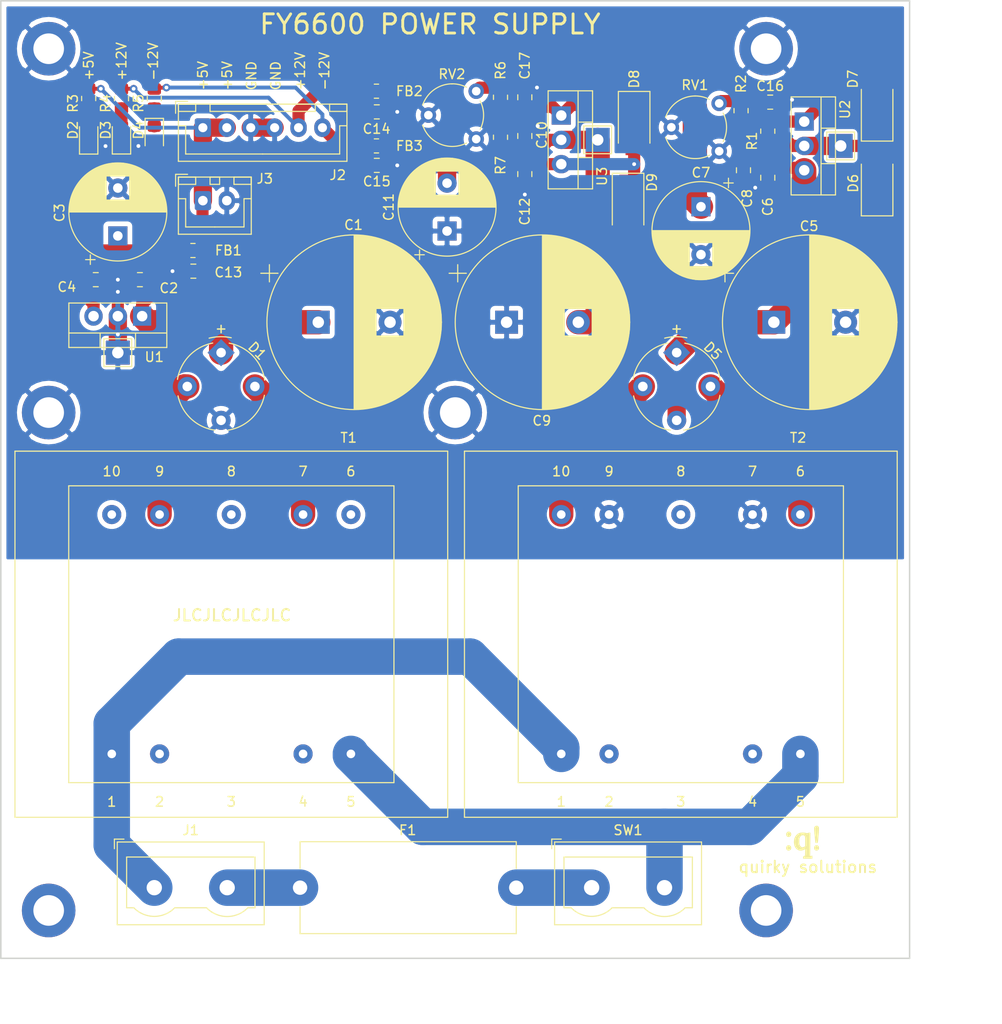
<source format=kicad_pcb>
(kicad_pcb (version 20171130) (host pcbnew 5.1.9-73d0e3b20d~88~ubuntu20.04.1)
  (title_block (title "FY6600 Power Supply") (date 2021-01-06) (rev 1.0) (company "Quirky Solutions") (comment 1 SQ9NJE))
  (layers (0 F.Cu signal) (31 B.Cu signal) (34 B.Paste user) (35 F.Paste user) (36 B.SilkS user) (37 F.SilkS user) (38 B.Mask user) (39 F.Mask user) (44 Edge.Cuts user))
  (net 0 "")
  (net 1 GND)
  (net 2 "Net-(C1-Pad1)")
  (net 3 +5V)
  (net 4 "Net-(C5-Pad1)")
  (net 5 +12V)
  (net 6 "Net-(C10-Pad2)")
  (net 7 -12V)
  (net 8 "Net-(D1-Pad2)")
  (net 9 "Net-(D1-Pad4)")
  (net 10 "Net-(D2-Pad2)")
  (net 11 "Net-(D3-Pad2)")
  (net 12 "Net-(D4-Pad1)")
  (net 13 "Net-(D5-Pad2)")
  (net 14 "Net-(D5-Pad4)")
  (net 15 "Net-(F1-Pad2)")
  (net 16 "Net-(F1-Pad1)")
  (net 17 "Net-(J1-Pad1)")
  (net 18 "Net-(R2-Pad2)")
  (net 19 "Net-(R6-Pad1)")
  (net 20 "Net-(SW1-Pad2)")
  (net 21 "Net-(H1-Pad1)")
  (net 22 "Net-(H2-Pad1)")
  (net 23 "Net-(C3-Pad1)")
  (net 24 "Net-(C7-Pad1)")
  (net 25 "Net-(C11-Pad2)")
  (net 26 "Net-(C16-Pad1)")
  (net 27 "Net-(C17-Pad2)")
  (module Diode_SMD:D_SMA (layer F.Cu) (at 115.57 63.405 270)
    (fp_text reference D9 (at -2.445 -2.5 90) (layer F.SilkS))
    (fp_text value ER1A)
    (pad 2 smd rect (at 2 0 270) (size 2.5 1.8) (layers F.Cu F.Paste F.Mask) (net 6 "Net-(C10-Pad2)"))
    (pad 1 smd rect (at -2 0 270) (size 2.5 1.8) (layers F.Cu F.Paste F.Mask) (net 25 "Net-(C11-Pad2)"))
  )
  (module Diode_SMD:D_SMA (layer F.Cu) (at 116.205 54.864 270)
    (fp_text reference D8 (at -4.699 0 90) (layer F.SilkS))
    (fp_text value ER1A)
    (pad 2 smd rect (at 2 0 270) (size 2.5 1.8) (layers F.Cu F.Paste F.Mask) (net 25 "Net-(C11-Pad2)"))
    (pad 1 smd rect (at -2 0 270) (size 2.5 1.8) (layers F.Cu F.Paste F.Mask) (net 27 "Net-(C17-Pad2)"))
  )
  (module Diode_SMD:D_SMA (layer F.Cu) (at 141.605 53.245 90)
    (fp_text reference D7 (at 3.08 -2.54 90) (layer F.SilkS))
    (fp_text value ER1A)
    (pad 2 smd rect (at 2 0 90) (size 2.5 1.8) (layers F.Cu F.Paste F.Mask) (net 26 "Net-(C16-Pad1)"))
    (pad 1 smd rect (at -2 0 90) (size 2.5 1.8) (layers F.Cu F.Paste F.Mask) (net 24 "Net-(C7-Pad1)"))
  )
  (module Diode_SMD:D_SMA (layer F.Cu) (at 141.605 61.055 90)
    (fp_text reference D6 (at 0 -2.5 90) (layer F.SilkS))
    (fp_text value ER1A)
    (pad 2 smd rect (at 2 0 90) (size 2.5 1.8) (layers F.Cu F.Paste F.Mask) (net 24 "Net-(C7-Pad1)"))
    (pad 1 smd rect (at -2 0 90) (size 2.5 1.8) (layers F.Cu F.Paste F.Mask) (net 4 "Net-(C5-Pad1)"))
  )
  (module Capacitor_SMD:C_0805_2012Metric_Pad1.18x1.45mm_HandSolder (layer F.Cu) (at 104.775 52.07 270)
    (fp_text reference C17 (at -3.302 0 90) (layer F.SilkS))
    (fp_text value 100n)
    (pad 2 smd roundrect (at 1.0375 0 270) (size 1.175 1.45) (layers F.Cu F.Paste F.Mask) (roundrect_rratio 0.2127659574468085) (net 27 "Net-(C17-Pad2)"))
    (pad 1 smd roundrect (at -1.0375 0 270) (size 1.175 1.45) (layers F.Cu F.Paste F.Mask) (roundrect_rratio 0.2127659574468085) (net 1 GND))
  )
  (module Capacitor_SMD:C_0805_2012Metric_Pad1.18x1.45mm_HandSolder (layer F.Cu) (at 130.429 52.578)
    (fp_text reference C16 (at 0 -1.68) (layer F.SilkS))
    (fp_text value 100n)
    (pad 2 smd roundrect (at 1.0375 0) (size 1.175 1.45) (layers F.Cu F.Paste F.Mask) (roundrect_rratio 0.2127659574468085) (net 1 GND))
    (pad 1 smd roundrect (at -1.0375 0) (size 1.175 1.45) (layers F.Cu F.Paste F.Mask) (roundrect_rratio 0.2127659574468085) (net 26 "Net-(C16-Pad1)"))
  )
  (module Connector_JST:JST_XH_B2B-XH-A_1x02_P2.50mm_Vertical (layer F.Cu) (at 71.12 62.865)
    (fp_text reference J3 (at 6.477 -2.286) (layer F.SilkS))
    (fp_text value Conn_01x02)
    (pad 2 thru_hole oval (at 2.5 0) (size 1.7 2) (drill 1) (layers *.Cu *.Mask) (net 1 GND))
    (pad 1 thru_hole roundrect (at 0 0) (size 1.7 2) (drill 1) (layers *.Cu *.Mask) (roundrect_rratio 0.1470588235294118) (net 3 +5V))
  )
  (module Resistor_SMD:R_0805_2012Metric_Pad1.20x1.40mm_HandSolder (layer F.Cu) (at 89.265 57.15)
    (fp_text reference FB3 (at 3.445 0) (layer F.SilkS))
    (fp_text value Z0805C221BPWZT)
    (pad 2 smd roundrect (at 1 0) (size 1.2 1.4) (layers F.Cu F.Paste F.Mask) (roundrect_rratio 0.2083325) (net 25 "Net-(C11-Pad2)"))
    (pad 1 smd roundrect (at -1 0) (size 1.2 1.4) (layers F.Cu F.Paste F.Mask) (roundrect_rratio 0.2083325) (net 7 -12V))
  )
  (module Resistor_SMD:R_0805_2012Metric_Pad1.20x1.40mm_HandSolder (layer F.Cu) (at 89.265 51.435)
    (fp_text reference FB2 (at 3.445 0) (layer F.SilkS))
    (fp_text value Z0805C221BPWZT)
    (pad 2 smd roundrect (at 1 0) (size 1.2 1.4) (layers F.Cu F.Paste F.Mask) (roundrect_rratio 0.2083325) (net 24 "Net-(C7-Pad1)"))
    (pad 1 smd roundrect (at -1 0) (size 1.2 1.4) (layers F.Cu F.Paste F.Mask) (roundrect_rratio 0.2083325) (net 5 +12V))
  )
  (module Resistor_SMD:R_0805_2012Metric_Pad1.20x1.40mm_HandSolder (layer F.Cu) (at 70.082 68.072 180)
    (fp_text reference FB1 (at -3.705 0) (layer F.SilkS))
    (fp_text value Z0805C221BPWZT)
    (pad 2 smd roundrect (at 1 0 180) (size 1.2 1.4) (layers F.Cu F.Paste F.Mask) (roundrect_rratio 0.2083325) (net 23 "Net-(C3-Pad1)"))
    (pad 1 smd roundrect (at -1 0 180) (size 1.2 1.4) (layers F.Cu F.Paste F.Mask) (roundrect_rratio 0.2083325) (net 3 +5V))
  )
  (module Capacitor_SMD:C_0805_2012Metric_Pad1.18x1.45mm_HandSolder (layer F.Cu) (at 89.3025 59.182 180)
    (fp_text reference C15 (at 0 -1.68) (layer F.SilkS))
    (fp_text value 10n)
    (pad 2 smd roundrect (at 1.0375 0 180) (size 1.175 1.45) (layers F.Cu F.Paste F.Mask) (roundrect_rratio 0.2127659574468085) (net 7 -12V))
    (pad 1 smd roundrect (at -1.0375 0 180) (size 1.175 1.45) (layers F.Cu F.Paste F.Mask) (roundrect_rratio 0.2127659574468085) (net 1 GND))
  )
  (module Capacitor_SMD:C_0805_2012Metric_Pad1.18x1.45mm_HandSolder (layer F.Cu) (at 89.3025 53.594)
    (fp_text reference C14 (at -0.0215 1.778) (layer F.SilkS))
    (fp_text value 10n)
    (pad 2 smd roundrect (at 1.0375 0) (size 1.175 1.45) (layers F.Cu F.Paste F.Mask) (roundrect_rratio 0.2127659574468085) (net 1 GND))
    (pad 1 smd roundrect (at -1.0375 0) (size 1.175 1.45) (layers F.Cu F.Paste F.Mask) (roundrect_rratio 0.2127659574468085) (net 5 +12V))
  )
  (module Capacitor_SMD:C_0805_2012Metric_Pad1.18x1.45mm_HandSolder (layer F.Cu) (at 70.1255 70.231 180)
    (fp_text reference C13 (at -3.6615 -0.127) (layer F.SilkS))
    (fp_text value 10n)
    (pad 2 smd roundrect (at 1.0375 0 180) (size 1.175 1.45) (layers F.Cu F.Paste F.Mask) (roundrect_rratio 0.2127659574468085) (net 1 GND))
    (pad 1 smd roundrect (at -1.0375 0 180) (size 1.175 1.45) (layers F.Cu F.Paste F.Mask) (roundrect_rratio 0.2127659574468085) (net 3 +5V))
  )
  (module QS_RF:qs_logo (layer F.Cu) (at 133.858 129.921)
    (fp_text reference Ref** hide)
    (fp_text value Val** hide)
  )
  (module MountingHole:MountingHole_3.2mm_M3_DIN965_Pad (layer F.Cu) (at 130 47)
    (fp_text reference H6 hide)
    (fp_text value MountingHole_Pad hide)
    (pad 1 thru_hole circle (at 0 0) (size 5.6 5.6) (drill 3.2) (layers *.Cu *.Mask) (net 1 GND))
  )
  (module MountingHole:MountingHole_3.2mm_M3_DIN965_Pad (layer F.Cu) (at 55 47)
    (fp_text reference H5 hide)
    (fp_text value MountingHole_Pad hide)
    (pad 1 thru_hole circle (at 0 0) (size 5.6 5.6) (drill 3.2) (layers *.Cu *.Mask) (net 1 GND))
  )
  (module Package_TO_SOT_THT:TO-220-3_Vertical (layer F.Cu) (at 108.585 53.975 270)
    (fp_text reference U3 (at 6.35 -4.27 90) (layer F.SilkS))
    (fp_text value LM337_TO220)
    (pad 3 thru_hole oval (at 5.08 0 270) (size 1.905 2) (drill 1.1) (layers *.Cu *.Mask) (net 25 "Net-(C11-Pad2)"))
    (pad 2 thru_hole oval (at 2.54 0 270) (size 1.905 2) (drill 1.1) (layers *.Cu *.Mask) (net 6 "Net-(C10-Pad2)"))
    (pad 1 thru_hole rect (at 0 0 270) (size 1.905 2) (drill 1.1) (layers *.Cu *.Mask) (net 27 "Net-(C17-Pad2)"))
  )
  (module Package_TO_SOT_THT:TO-220-3_Vertical (layer F.Cu) (at 133.985 54.61 270)
    (fp_text reference U2 (at -1.27 -4.27 90) (layer F.SilkS))
    (fp_text value LM317_TO-220)
    (pad 3 thru_hole oval (at 5.08 0 270) (size 1.905 2) (drill 1.1) (layers *.Cu *.Mask) (net 4 "Net-(C5-Pad1)"))
    (pad 2 thru_hole oval (at 2.54 0 270) (size 1.905 2) (drill 1.1) (layers *.Cu *.Mask) (net 24 "Net-(C7-Pad1)"))
    (pad 1 thru_hole rect (at 0 0 270) (size 1.905 2) (drill 1.1) (layers *.Cu *.Mask) (net 26 "Net-(C16-Pad1)"))
  )
  (module Package_TO_SOT_THT:TO-220-3_Vertical (layer F.Cu) (at 64.77 74.93 180)
    (fp_text reference U1 (at -1.27 -4.27) (layer F.SilkS))
    (fp_text value LM7805_TO220)
    (pad 3 thru_hole oval (at 5.08 0 180) (size 1.905 2) (drill 1.1) (layers *.Cu *.Mask) (net 23 "Net-(C3-Pad1)"))
    (pad 2 thru_hole oval (at 2.54 0 180) (size 1.905 2) (drill 1.1) (layers *.Cu *.Mask) (net 1 GND))
    (pad 1 thru_hole rect (at 0 0 180) (size 1.905 2) (drill 1.1) (layers *.Cu *.Mask) (net 2 "Net-(C1-Pad1)"))
  )
  (module Transformer_THT:Transformer_Breve_TEZ-38x45 (layer F.Cu) (at 108.585 120.65)
    (fp_text reference T2 (at 24.765 -33.02) (layer F.SilkS))
    (fp_text value Transformer_1P_2S)
    (fp_text user 1 (at 0 5) (layer F.SilkS))
    (fp_text user 2 (at 5 5) (layer F.SilkS))
    (fp_text user 3 (at 12.5 5) (layer F.SilkS))
    (fp_text user 4 (at 20 5) (layer F.SilkS))
    (fp_text user 5 (at 25 5) (layer F.SilkS))
    (fp_text user 6 (at 25 -29.5) (layer F.SilkS))
    (fp_text user 7 (at 20 -29.5) (layer F.SilkS))
    (fp_text user 8 (at 12.5 -29.5) (layer F.SilkS))
    (fp_text user 9 (at 5 -29.5) (layer F.SilkS))
    (fp_text user 10 (at 0 -29.5) (layer F.SilkS))
    (pad 10 thru_hole circle (at 0 -25) (size 2 2) (drill 0.9) (layers *.Cu *.Mask) (net 13 "Net-(D5-Pad2)"))
    (pad 9 thru_hole circle (at 5 -25) (size 2 2) (drill 0.9) (layers *.Cu *.Mask) (net 1 GND))
    (pad 8 thru_hole circle (at 12.5 -25) (size 2 2) (drill 0.9) (layers *.Cu *.Mask))
    (pad 7 thru_hole circle (at 20 -25) (size 2 2) (drill 0.9) (layers *.Cu *.Mask) (net 1 GND))
    (pad 6 thru_hole circle (at 25 -25) (size 2 2) (drill 0.9) (layers *.Cu *.Mask) (net 14 "Net-(D5-Pad4)"))
    (pad 5 thru_hole circle (at 25 0) (size 2 2) (drill 0.9) (layers *.Cu *.Mask) (net 20 "Net-(SW1-Pad2)"))
    (pad 4 thru_hole circle (at 20 0) (size 2 2) (drill 0.9) (layers *.Cu *.Mask))
    (pad 2 thru_hole circle (at 5 0) (size 2 2) (drill 0.9) (layers *.Cu *.Mask))
    (pad 1 thru_hole rect (at 0 0) (size 2 2) (drill 0.9) (layers *.Cu *.Mask) (net 17 "Net-(J1-Pad1)"))
  )
  (module Transformer_THT:Transformer_Breve_TEZ-38x45 (layer F.Cu) (at 61.595 120.65)
    (fp_text reference T1 (at 24.765 -33.02) (layer F.SilkS))
    (fp_text value Transformer_1P_1S)
    (fp_text user 1 (at 0 5) (layer F.SilkS))
    (fp_text user 2 (at 5 5) (layer F.SilkS))
    (fp_text user 3 (at 12.5 5) (layer F.SilkS))
    (fp_text user 4 (at 20 5) (layer F.SilkS))
    (fp_text user 5 (at 25 5) (layer F.SilkS))
    (fp_text user 6 (at 25 -29.5) (layer F.SilkS))
    (fp_text user 7 (at 20 -29.5) (layer F.SilkS))
    (fp_text user 8 (at 12.5 -29.5) (layer F.SilkS))
    (fp_text user 9 (at 5 -29.5) (layer F.SilkS))
    (fp_text user 10 (at 0 -29.5) (layer F.SilkS))
    (pad 10 thru_hole circle (at 0 -25) (size 2 2) (drill 0.9) (layers *.Cu *.Mask))
    (pad 9 thru_hole circle (at 5 -25) (size 2 2) (drill 0.9) (layers *.Cu *.Mask) (net 8 "Net-(D1-Pad2)"))
    (pad 8 thru_hole circle (at 12.5 -25) (size 2 2) (drill 0.9) (layers *.Cu *.Mask))
    (pad 7 thru_hole circle (at 20 -25) (size 2 2) (drill 0.9) (layers *.Cu *.Mask) (net 9 "Net-(D1-Pad4)"))
    (pad 6 thru_hole circle (at 25 -25) (size 2 2) (drill 0.9) (layers *.Cu *.Mask))
    (pad 5 thru_hole circle (at 25 0) (size 2 2) (drill 0.9) (layers *.Cu *.Mask) (net 20 "Net-(SW1-Pad2)"))
    (pad 4 thru_hole circle (at 20 0) (size 2 2) (drill 0.9) (layers *.Cu *.Mask))
    (pad 2 thru_hole circle (at 5 0) (size 2 2) (drill 0.9) (layers *.Cu *.Mask))
    (pad 1 thru_hole rect (at 0 0) (size 2 2) (drill 0.9) (layers *.Cu *.Mask) (net 17 "Net-(J1-Pad1)"))
  )
  (module TerminalBlock:TerminalBlock_Wuerth_691311400102_P7.62mm (layer F.Cu) (at 111.76 134.62)
    (fp_text reference SW1 (at 3.81 -6) (layer F.SilkS))
    (fp_text value SW_SPST)
    (pad 2 thru_hole circle (at 7.62 0) (size 2.54 2.54) (drill 1.6) (layers *.Cu *.Mask) (net 20 "Net-(SW1-Pad2)"))
    (pad 1 thru_hole rect (at 0 0) (size 2.54 2.54) (drill 1.6) (layers *.Cu *.Mask) (net 15 "Net-(F1-Pad2)"))
  )
  (module Potentiometer_THT:Potentiometer_Piher_PT-6-V_Vertical (layer F.Cu) (at 99.695 51.435 180)
    (fp_text reference RV2 (at 2.54 1.778) (layer F.SilkS))
    (fp_text value 3.3k)
    (pad 1 thru_hole circle (at 0 0 180) (size 1.62 1.62) (drill 0.9) (layers *.Cu *.Mask) (net 19 "Net-(R6-Pad1)"))
    (pad 2 thru_hole circle (at 5 -2.5 180) (size 1.62 1.62) (drill 0.9) (layers *.Cu *.Mask) (net 1 GND))
    (pad 3 thru_hole circle (at 0 -5 180) (size 1.62 1.62) (drill 0.9) (layers *.Cu *.Mask) (net 1 GND))
  )
  (module Potentiometer_THT:Potentiometer_Piher_PT-6-V_Vertical (layer F.Cu) (at 125.095 52.705 180)
    (fp_text reference RV1 (at 2.54 1.905) (layer F.SilkS))
    (fp_text value 3.3k)
    (pad 1 thru_hole circle (at 0 0 180) (size 1.62 1.62) (drill 0.9) (layers *.Cu *.Mask) (net 18 "Net-(R2-Pad2)"))
    (pad 2 thru_hole circle (at 5 -2.5 180) (size 1.62 1.62) (drill 0.9) (layers *.Cu *.Mask) (net 1 GND))
    (pad 3 thru_hole circle (at 0 -5 180) (size 1.62 1.62) (drill 0.9) (layers *.Cu *.Mask) (net 1 GND))
  )
  (module Resistor_SMD:R_0805_2012Metric_Pad1.20x1.40mm_HandSolder (layer F.Cu) (at 102.235 56.245 270)
    (fp_text reference R7 (at 2.937 0 90) (layer F.SilkS))
    (fp_text value 1k)
    (pad 2 smd roundrect (at 1 0 270) (size 1.2 1.4) (layers F.Cu F.Paste F.Mask) (roundrect_rratio 0.2083325) (net 25 "Net-(C11-Pad2)"))
    (pad 1 smd roundrect (at -1 0 270) (size 1.2 1.4) (layers F.Cu F.Paste F.Mask) (roundrect_rratio 0.2083325) (net 27 "Net-(C17-Pad2)"))
  )
  (module Resistor_SMD:R_0805_2012Metric_Pad1.20x1.40mm_HandSolder (layer F.Cu) (at 102.235 52.07 270)
    (fp_text reference R6 (at -2.81 0 90) (layer F.SilkS))
    (fp_text value 8.2k)
    (pad 2 smd roundrect (at 1 0 270) (size 1.2 1.4) (layers F.Cu F.Paste F.Mask) (roundrect_rratio 0.2083325) (net 27 "Net-(C17-Pad2)"))
    (pad 1 smd roundrect (at -1 0 270) (size 1.2 1.4) (layers F.Cu F.Paste F.Mask) (roundrect_rratio 0.2083325) (net 19 "Net-(R6-Pad1)"))
  )
  (module Resistor_SMD:R_0805_2012Metric_Pad1.20x1.40mm_HandSolder (layer F.Cu) (at 66.04 52.213 270)
    (fp_text reference R5 (at 0.492 1.651 90) (layer F.SilkS))
    (fp_text value 4.7k)
    (pad 2 smd roundrect (at 1 0 270) (size 1.2 1.4) (layers F.Cu F.Paste F.Mask) (roundrect_rratio 0.2083325) (net 12 "Net-(D4-Pad1)"))
    (pad 1 smd roundrect (at -1 0 270) (size 1.2 1.4) (layers F.Cu F.Paste F.Mask) (roundrect_rratio 0.2083325) (net 7 -12V))
  )
  (module Resistor_SMD:R_0805_2012Metric_Pad1.20x1.40mm_HandSolder (layer F.Cu) (at 62.611 52.213 270)
    (fp_text reference R4 (at 0.492 1.651 90) (layer F.SilkS))
    (fp_text value 4.7k)
    (pad 2 smd roundrect (at 1 0 270) (size 1.2 1.4) (layers F.Cu F.Paste F.Mask) (roundrect_rratio 0.2083325) (net 11 "Net-(D3-Pad2)"))
    (pad 1 smd roundrect (at -1 0 270) (size 1.2 1.4) (layers F.Cu F.Paste F.Mask) (roundrect_rratio 0.2083325) (net 5 +12V))
  )
  (module Resistor_SMD:R_0805_2012Metric_Pad1.20x1.40mm_HandSolder (layer F.Cu) (at 59.182 52.197 270)
    (fp_text reference R3 (at 0.508 1.651 90) (layer F.SilkS))
    (fp_text value 2.2k)
    (pad 2 smd roundrect (at 1 0 270) (size 1.2 1.4) (layers F.Cu F.Paste F.Mask) (roundrect_rratio 0.2083325) (net 10 "Net-(D2-Pad2)"))
    (pad 1 smd roundrect (at -1 0 270) (size 1.2 1.4) (layers F.Cu F.Paste F.Mask) (roundrect_rratio 0.2083325) (net 3 +5V))
  )
  (module Resistor_SMD:R_0805_2012Metric_Pad1.20x1.40mm_HandSolder (layer F.Cu) (at 127.381 53.467 90)
    (fp_text reference R2 (at 2.81 0 90) (layer F.SilkS))
    (fp_text value 8.2k)
    (pad 2 smd roundrect (at 1 0 90) (size 1.2 1.4) (layers F.Cu F.Paste F.Mask) (roundrect_rratio 0.2083325) (net 18 "Net-(R2-Pad2)"))
    (pad 1 smd roundrect (at -1 0 90) (size 1.2 1.4) (layers F.Cu F.Paste F.Mask) (roundrect_rratio 0.2083325) (net 26 "Net-(C16-Pad1)"))
  )
  (module Resistor_SMD:R_0805_2012Metric_Pad1.20x1.40mm_HandSolder (layer F.Cu) (at 130.175 55.61 90)
    (fp_text reference R1 (at -1.032 -1.651 90) (layer F.SilkS))
    (fp_text value 1k)
    (pad 2 smd roundrect (at 1 0 90) (size 1.2 1.4) (layers F.Cu F.Paste F.Mask) (roundrect_rratio 0.2083325) (net 26 "Net-(C16-Pad1)"))
    (pad 1 smd roundrect (at -1 0 90) (size 1.2 1.4) (layers F.Cu F.Paste F.Mask) (roundrect_rratio 0.2083325) (net 24 "Net-(C7-Pad1)"))
  )
  (module Connector_JST:JST_XH_B6B-XH-A_1x06_P2.50mm_Vertical (layer F.Cu) (at 71.12 55.245)
    (fp_text reference J2 (at 14.097 4.953) (layer F.SilkS))
    (fp_text value Conn_01x06)
    (pad 6 thru_hole oval (at 12.5 0) (size 1.7 1.95) (drill 0.95) (layers *.Cu *.Mask) (net 7 -12V))
    (pad 5 thru_hole oval (at 10 0) (size 1.7 1.95) (drill 0.95) (layers *.Cu *.Mask) (net 5 +12V))
    (pad 4 thru_hole oval (at 7.5 0) (size 1.7 1.95) (drill 0.95) (layers *.Cu *.Mask) (net 1 GND))
    (pad 3 thru_hole oval (at 5 0) (size 1.7 1.95) (drill 0.95) (layers *.Cu *.Mask) (net 1 GND))
    (pad 2 thru_hole oval (at 2.5 0) (size 1.7 1.95) (drill 0.95) (layers *.Cu *.Mask) (net 3 +5V))
    (pad 1 thru_hole roundrect (at 0 0) (size 1.7 1.95) (drill 0.95) (layers *.Cu *.Mask) (roundrect_rratio 0.1470588235294118) (net 3 +5V))
  )
  (module TerminalBlock:TerminalBlock_Wuerth_691311400102_P7.62mm (layer F.Cu) (at 66.04 134.62)
    (fp_text reference J1 (at 3.81 -6) (layer F.SilkS))
    (fp_text value Conn_01x02)
    (pad 2 thru_hole circle (at 7.62 0) (size 2.54 2.54) (drill 1.6) (layers *.Cu *.Mask) (net 16 "Net-(F1-Pad1)"))
    (pad 1 thru_hole rect (at 0 0) (size 2.54 2.54) (drill 1.6) (layers *.Cu *.Mask) (net 17 "Net-(J1-Pad1)"))
  )
  (module TestPoint:TestPoint_THTPad_2.5x2.5mm_Drill1.2mm (layer F.Cu) (at 112.395 56.515 90)
    (fp_text reference HS3 hide)
    (fp_text value Heatsink_Pad hide)
    (pad 1 thru_hole rect (at 0 0 90) (size 2.5 2.5) (drill 1.2) (layers *.Cu *.Mask) (net 6 "Net-(C10-Pad2)"))
  )
  (module TestPoint:TestPoint_THTPad_2.5x2.5mm_Drill1.2mm (layer F.Cu) (at 137.795 57.15 90)
    (fp_text reference HS2 hide)
    (fp_text value Heatsink_Pad hide)
    (pad 1 thru_hole rect (at 0 0 90) (size 2.5 2.5) (drill 1.2) (layers *.Cu *.Mask) (net 24 "Net-(C7-Pad1)"))
  )
  (module TestPoint:TestPoint_THTPad_2.5x2.5mm_Drill1.2mm (layer F.Cu) (at 62.23 78.74 90)
    (fp_text reference HS1 hide)
    (fp_text value Heatsink_Pad hide)
    (pad 1 thru_hole rect (at 0 0 90) (size 2.5 2.5) (drill 1.2) (layers *.Cu *.Mask) (net 1 GND))
  )
  (module MountingHole:MountingHole_3.2mm_M3_DIN965_Pad (layer F.Cu) (at 55 85)
    (fp_text reference H4 hide)
    (fp_text value MountingHole_Pad hide)
    (pad 1 thru_hole circle (at 0 0) (size 5.6 5.6) (drill 3.2) (layers *.Cu *.Mask) (net 1 GND))
  )
  (module MountingHole:MountingHole_3.2mm_M3_DIN965_Pad (layer F.Cu) (at 97.5 85)
    (fp_text reference H3 hide)
    (fp_text value MountingHole_Pad hide)
    (pad 1 thru_hole circle (at 0 0) (size 5.6 5.6) (drill 3.2) (layers *.Cu *.Mask) (net 1 GND))
  )
  (module MountingHole:MountingHole_3.2mm_M3_DIN965_Pad (layer F.Cu) (at 130 137)
    (fp_text reference H2 hide)
    (fp_text value MountingHole_Pad hide)
    (pad 1 thru_hole circle (at 0 0) (size 5.6 5.6) (drill 3.2) (layers *.Cu *.Mask) (net 22 "Net-(H2-Pad1)"))
  )
  (module MountingHole:MountingHole_3.2mm_M3_DIN965_Pad (layer F.Cu) (at 55 137)
    (fp_text reference H1 hide)
    (fp_text value MountingHole_Pad hide)
    (pad 1 thru_hole circle (at 0 0) (size 5.6 5.6) (drill 3.2) (layers *.Cu *.Mask) (net 21 "Net-(H1-Pad1)"))
  )
  (module Fuse:Fuseholder_Cylinder-5x20mm_Stelvio-Kontek_PTF78_Horizontal_Open (layer F.Cu) (at 81.28 134.62)
    (fp_text reference F1 (at 11.25 -6) (layer F.SilkS))
    (fp_text value 200mA)
    (pad 2 thru_hole circle (at 22.6 0) (size 3 3) (drill 1.5) (layers *.Cu *.Mask) (net 15 "Net-(F1-Pad2)"))
    (pad 1 thru_hole circle (at 0 0) (size 3 3) (drill 1.5) (layers *.Cu *.Mask) (net 16 "Net-(F1-Pad1)"))
  )
  (module Diode_THT:Diode_Bridge_Round_D9.0mm (layer F.Cu) (at 120.65 78.74 315)
    (fp_text reference D5 (at 2.54 -2.794 135) (layer F.SilkS))
    (fp_text value D_Bridge_+A-A)
    (pad 1 thru_hole rect (at 0 0 315) (size 2 2) (drill 1) (layers *.Cu *.Mask) (net 4 "Net-(C5-Pad1)"))
    (pad 3 thru_hole oval (at 5 5 315) (size 2 2) (drill 1) (layers *.Cu *.Mask) (net 6 "Net-(C10-Pad2)"))
    (pad 2 thru_hole oval (at 0 5 315) (size 2 2) (drill 1) (layers *.Cu *.Mask) (net 13 "Net-(D5-Pad2)"))
    (pad 4 thru_hole oval (at 5 0 315) (size 2 2) (drill 1) (layers *.Cu *.Mask) (net 14 "Net-(D5-Pad4)"))
  )
  (module Diode_SMD:D_0805_2012Metric_Pad1.15x1.40mm_HandSolder (layer F.Cu) (at 66.04 56.134 270)
    (fp_text reference D4 (at -0.635 1.651 90) (layer F.SilkS))
    (fp_text value LED_Small)
    (pad 2 smd roundrect (at 1.025 0 270) (size 1.15 1.4) (layers F.Cu F.Paste F.Mask) (roundrect_rratio 0.2173904347826087) (net 1 GND))
    (pad 1 smd roundrect (at -1.025 0 270) (size 1.15 1.4) (layers F.Cu F.Paste F.Mask) (roundrect_rratio 0.2173904347826087) (net 12 "Net-(D4-Pad1)"))
  )
  (module Diode_SMD:D_0805_2012Metric_Pad1.15x1.40mm_HandSolder (layer F.Cu) (at 62.611 56.134 90)
    (fp_text reference D3 (at 0.635 -1.651 90) (layer F.SilkS))
    (fp_text value LED_Small)
    (pad 2 smd roundrect (at 1.025 0 90) (size 1.15 1.4) (layers F.Cu F.Paste F.Mask) (roundrect_rratio 0.2173904347826087) (net 11 "Net-(D3-Pad2)"))
    (pad 1 smd roundrect (at -1.025 0 90) (size 1.15 1.4) (layers F.Cu F.Paste F.Mask) (roundrect_rratio 0.2173904347826087) (net 1 GND))
  )
  (module Diode_SMD:D_0805_2012Metric_Pad1.15x1.40mm_HandSolder (layer F.Cu) (at 59.182 56.143 90)
    (fp_text reference D2 (at 0.644 -1.651 90) (layer F.SilkS))
    (fp_text value LED_Small)
    (pad 2 smd roundrect (at 1.025 0 90) (size 1.15 1.4) (layers F.Cu F.Paste F.Mask) (roundrect_rratio 0.2173904347826087) (net 10 "Net-(D2-Pad2)"))
    (pad 1 smd roundrect (at -1.025 0 90) (size 1.15 1.4) (layers F.Cu F.Paste F.Mask) (roundrect_rratio 0.2173904347826087) (net 1 GND))
  )
  (module Diode_THT:Diode_Bridge_Round_D9.0mm (layer F.Cu) (at 73.025 78.74 315)
    (fp_text reference D1 (at 2.54 -2.794 135) (layer F.SilkS))
    (fp_text value D_Bridge_+A-A)
    (pad 1 thru_hole rect (at 0 0 315) (size 2 2) (drill 1) (layers *.Cu *.Mask) (net 2 "Net-(C1-Pad1)"))
    (pad 3 thru_hole oval (at 5 5 315) (size 2 2) (drill 1) (layers *.Cu *.Mask) (net 1 GND))
    (pad 2 thru_hole oval (at 0 5 315) (size 2 2) (drill 1) (layers *.Cu *.Mask) (net 8 "Net-(D1-Pad2)"))
    (pad 4 thru_hole oval (at 5 0 315) (size 2 2) (drill 1) (layers *.Cu *.Mask) (net 9 "Net-(D1-Pad4)"))
  )
  (module Capacitor_SMD:C_0805_2012Metric_Pad1.18x1.45mm_HandSolder (layer F.Cu) (at 104.775 60.0925 90)
    (fp_text reference C12 (at -3.9155 0 90) (layer F.SilkS))
    (fp_text value 100n)
    (pad 2 smd roundrect (at 1.0375 0 90) (size 1.175 1.45) (layers F.Cu F.Paste F.Mask) (roundrect_rratio 0.2127659574468085) (net 25 "Net-(C11-Pad2)"))
    (pad 1 smd roundrect (at -1.0375 0 90) (size 1.175 1.45) (layers F.Cu F.Paste F.Mask) (roundrect_rratio 0.2127659574468085) (net 1 GND))
  )
  (module Capacitor_THT:CP_Radial_D10.0mm_P5.00mm (layer F.Cu) (at 96.647 66.04 90)
    (fp_text reference C11 (at 2.5 -6.096 90) (layer F.SilkS))
    (fp_text value 470u)
    (pad 2 thru_hole circle (at 5 0 90) (size 2 2) (drill 1) (layers *.Cu *.Mask) (net 25 "Net-(C11-Pad2)"))
    (pad 1 thru_hole rect (at 0 0 90) (size 2 2) (drill 1) (layers *.Cu *.Mask) (net 1 GND))
  )
  (module Capacitor_SMD:C_0805_2012Metric_Pad1.18x1.45mm_HandSolder (layer F.Cu) (at 104.775 56.1125 270)
    (fp_text reference C10 (at -0.1055 -1.778 90) (layer F.SilkS))
    (fp_text value 100n)
    (pad 2 smd roundrect (at 1.0375 0 270) (size 1.175 1.45) (layers F.Cu F.Paste F.Mask) (roundrect_rratio 0.2127659574468085) (net 6 "Net-(C10-Pad2)"))
    (pad 1 smd roundrect (at -1.0375 0 270) (size 1.175 1.45) (layers F.Cu F.Paste F.Mask) (roundrect_rratio 0.2127659574468085) (net 1 GND))
  )
  (module Capacitor_THT:CP_Radial_D18.0mm_P7.50mm (layer F.Cu) (at 102.87 75.565)
    (fp_text reference C9 (at 3.683 10.287) (layer F.SilkS))
    (fp_text value 2200u)
    (pad 2 thru_hole circle (at 7.5 0) (size 2.4 2.4) (drill 1.2) (layers *.Cu *.Mask) (net 6 "Net-(C10-Pad2)"))
    (pad 1 thru_hole rect (at 0 0) (size 2.4 2.4) (drill 1.2) (layers *.Cu *.Mask) (net 1 GND))
  )
  (module Capacitor_SMD:C_0805_2012Metric_Pad1.18x1.45mm_HandSolder (layer F.Cu) (at 127.635 59.69 270)
    (fp_text reference C8 (at 2.9425 -0.381 90) (layer F.SilkS))
    (fp_text value 100n)
    (pad 2 smd roundrect (at 1.0375 0 270) (size 1.175 1.45) (layers F.Cu F.Paste F.Mask) (roundrect_rratio 0.2127659574468085) (net 1 GND))
    (pad 1 smd roundrect (at -1.0375 0 270) (size 1.175 1.45) (layers F.Cu F.Paste F.Mask) (roundrect_rratio 0.2127659574468085) (net 24 "Net-(C7-Pad1)"))
  )
  (module Capacitor_THT:CP_Radial_D10.0mm_P5.00mm (layer F.Cu) (at 123.19 63.5 270)
    (fp_text reference C7 (at -3.556 0 180) (layer F.SilkS))
    (fp_text value 470u)
    (pad 2 thru_hole circle (at 5 0 270) (size 2 2) (drill 1) (layers *.Cu *.Mask) (net 1 GND))
    (pad 1 thru_hole rect (at 0 0 270) (size 2 2) (drill 1) (layers *.Cu *.Mask) (net 24 "Net-(C7-Pad1)"))
  )
  (module Capacitor_SMD:C_0805_2012Metric_Pad1.18x1.45mm_HandSolder (layer F.Cu) (at 130.175 60.4735 270)
    (fp_text reference C6 (at 3.0265 0 90) (layer F.SilkS))
    (fp_text value 100n)
    (pad 1 smd roundrect (at -1.0375 0 270) (size 1.175 1.45) (layers F.Cu F.Paste F.Mask) (roundrect_rratio 0.2127659574468085) (net 4 "Net-(C5-Pad1)"))
    (pad 2 smd roundrect (at 1.0375 0 270) (size 1.175 1.45) (layers F.Cu F.Paste F.Mask) (roundrect_rratio 0.2127659574468085) (net 1 GND))
  )
  (module Capacitor_THT:CP_Radial_D18.0mm_P7.50mm (layer F.Cu) (at 130.81 75.565)
    (fp_text reference C5 (at 3.683 -10.033) (layer F.SilkS))
    (fp_text value 2200u)
    (pad 2 thru_hole circle (at 7.5 0) (size 2.4 2.4) (drill 1.2) (layers *.Cu *.Mask) (net 1 GND))
    (pad 1 thru_hole rect (at 0 0) (size 2.4 2.4) (drill 1.2) (layers *.Cu *.Mask) (net 4 "Net-(C5-Pad1)"))
  )
  (module Capacitor_SMD:C_0805_2012Metric_Pad1.18x1.45mm_HandSolder (layer F.Cu) (at 59.9225 71.12)
    (fp_text reference C4 (at -3.0265 0.762) (layer F.SilkS))
    (fp_text value 100n)
    (pad 2 smd roundrect (at 1.0375 0) (size 1.175 1.45) (layers F.Cu F.Paste F.Mask) (roundrect_rratio 0.2127659574468085) (net 1 GND))
    (pad 1 smd roundrect (at -1.0375 0) (size 1.175 1.45) (layers F.Cu F.Paste F.Mask) (roundrect_rratio 0.2127659574468085) (net 23 "Net-(C3-Pad1)"))
  )
  (module Capacitor_THT:CP_Radial_D10.0mm_P5.00mm (layer F.Cu) (at 62.23 66.548 90)
    (fp_text reference C3 (at 2.413 -6.096 90) (layer F.SilkS))
    (fp_text value 470u)
    (pad 2 thru_hole circle (at 5 0 90) (size 2 2) (drill 1) (layers *.Cu *.Mask) (net 1 GND))
    (pad 1 thru_hole rect (at 0 0 90) (size 2 2) (drill 1) (layers *.Cu *.Mask) (net 23 "Net-(C3-Pad1)"))
  )
  (module Capacitor_SMD:C_0805_2012Metric_Pad1.18x1.45mm_HandSolder (layer F.Cu) (at 64.5375 71.12 180)
    (fp_text reference C2 (at -3.0265 -0.889) (layer F.SilkS))
    (fp_text value 100n)
    (pad 2 smd roundrect (at 1.0375 0 180) (size 1.175 1.45) (layers F.Cu F.Paste F.Mask) (roundrect_rratio 0.2127659574468085) (net 1 GND))
    (pad 1 smd roundrect (at -1.0375 0 180) (size 1.175 1.45) (layers F.Cu F.Paste F.Mask) (roundrect_rratio 0.2127659574468085) (net 2 "Net-(C1-Pad1)"))
  )
  (module Capacitor_THT:CP_Radial_D18.0mm_P7.50mm (layer F.Cu) (at 83.185 75.565)
    (fp_text reference C1 (at 3.683 -10.16) (layer F.SilkS))
    (fp_text value 2200u)
    (pad 2 thru_hole circle (at 7.5 0) (size 2.4 2.4) (drill 1.2) (layers *.Cu *.Mask) (net 1 GND))
    (pad 1 thru_hole rect (at 0 0) (size 2.4 2.4) (drill 1.2) (layers *.Cu *.Mask) (net 2 "Net-(C1-Pad1)"))
  )
  (gr_text + (at 120.65 76.2) (layer F.SilkS) (effects (font (size 1 1))))
  (gr_text + (at 73.025 76.2) (layer F.SilkS) (effects (font (size 1 1))))
  (gr_text -12V (at 65.913 50.419 90) (layer F.SilkS) (effects (font (size 1 1)) (justify left)))
  (gr_text +12V (at 62.611 50.419 90) (layer F.SilkS) (effects (font (size 1 1)) (justify left)))
  (gr_text +5V (at 59.182 50.419 90) (layer F.SilkS) (effects (font (size 1 1)) (justify left)))
  (gr_text JLCJLCJLCJLC (at 74.168 106.172) (layer F.SilkS) (effects (font (size 1.2 1.2) (thickness 0.2))))
  (gr_text "quirky solutions" (at 134.366 132.461) (layer F.SilkS) (effects (font (size 1.2 1.2) (thickness 0.2))))
  (gr_text "FY6600 POWER SUPPLY" (at 94.869 44.45) (layer F.SilkS) (effects (font (size 2 2) (thickness 0.3))))
  (gr_text GND (at 78.74 51.435 90) (layer F.SilkS) (effects (font (size 1 1)) (justify left)))
  (gr_text GND (at 76.2 51.435 90) (layer F.SilkS) (effects (font (size 1 1)) (justify left)))
  (gr_text -12V (at 83.82 51.435 90) (layer F.SilkS) (effects (font (size 1 1)) (justify left)))
  (gr_text +12V (at 81.28 51.435 90) (layer F.SilkS) (effects (font (size 1 1)) (justify left)))
  (gr_text +5V (at 73.66 51.435 90) (layer F.SilkS) (effects (font (size 1 1)) (justify left)))
  (gr_text +5V (at 71.12 51.435 90) (layer F.SilkS) (effects (font (size 1 1)) (justify left)))
  (gr_line (start 50 42) (end 50 142) (layer Edge.Cuts) (width 0.15))
  (gr_line (start 145 42) (end 50 42) (layer Edge.Cuts) (width 0.15))
  (gr_line (start 145 142) (end 145 42) (layer Edge.Cuts) (width 0.15))
  (gr_line (start 50 142) (end 145 142) (layer Edge.Cuts) (width 0.15))
  (segment (start 62.23 74.93) (end 62.23 72.39) (width 1.27) (layer F.Cu) (net 1))
  (segment (start 62.23 71.12) (end 62.23 71.12) (width 1.27) (layer F.Cu) (net 1))
  (segment (start 63.5 71.12) (end 62.23 71.12) (width 1.27) (layer F.Cu) (net 1))
  (segment (start 62.23 71.12) (end 60.96 71.12) (width 1.27) (layer F.Cu) (net 1))
  (via (at 62.23 71.12) (size 0.8) (drill 0.4) (layers F.Cu B.Cu) (net 1))
  (segment (start 62.23 72.39) (end 62.23 71.12) (width 1.27) (layer F.Cu) (net 1))
  (via (at 62.23 72.39) (size 0.8) (drill 0.4) (layers F.Cu B.Cu) (net 1))
  (segment (start 62.23 74.93) (end 62.23 76.835) (width 1.905) (layer F.Cu) (net 1))
  (segment (start 62.23 76.835) (end 62.23 78.74) (width 1.905) (layer F.Cu) (net 1))
  (via (at 62.23 76.835) (size 0.8) (drill 0.4) (layers F.Cu B.Cu) (net 1))
  (via (at 104.775 62.23) (size 0.8) (drill 0.4) (layers F.Cu B.Cu) (net 1))
  (segment (start 104.775 61.13) (end 104.775 62.23) (width 1.27) (layer F.Cu) (net 1))
  (segment (start 76.12 55.245) (end 78.62 55.245) (width 1.905) (layer F.Cu) (net 1))
  (via (at 91.44 59.182) (size 0.8) (drill 0.4) (layers F.Cu B.Cu) (net 1))
  (segment (start 90.34 59.182) (end 91.44 59.182) (width 1.27) (layer F.Cu) (net 1))
  (via (at 91.44 53.594) (size 0.8) (drill 0.4) (layers F.Cu B.Cu) (net 1))
  (segment (start 90.34 53.594) (end 91.44 53.594) (width 1.27) (layer F.Cu) (net 1))
  (via (at 67.945 70.231) (size 0.8) (drill 0.4) (layers F.Cu B.Cu) (net 1))
  (via (at 106.129079 55.075079) (size 0.8) (drill 0.4) (layers F.Cu B.Cu) (net 1))
  (segment (start 104.775 55.075) (end 106.129 55.075) (width 1.27) (layer F.Cu) (net 1))
  (segment (start 106.129 55.075) (end 106.129079 55.075079) (width 1.27) (layer F.Cu) (net 1))
  (segment (start 128.186 61.511) (end 127.635 60.96) (width 1.27) (layer F.Cu) (net 1))
  (segment (start 130.175 61.511) (end 128.862 61.511) (width 1.27) (layer F.Cu) (net 1))
  (segment (start 128.862 61.511) (end 128.186 61.511) (width 1.27) (layer F.Cu) (net 1))
  (via (at 128.862 61.511) (size 0.8) (drill 0.4) (layers F.Cu B.Cu) (net 1))
  (segment (start 67.945 70.231) (end 69.088 70.231) (width 1.27) (layer F.Cu) (net 1))
  (segment (start 62.602 57.168) (end 62.611 57.159) (width 1.27) (layer F.Cu) (net 1))
  (segment (start 59.182 57.168) (end 60.942 57.168) (width 1.27) (layer F.Cu) (net 1))
  (segment (start 62.611 57.159) (end 64.38 57.159) (width 1.27) (layer F.Cu) (net 1))
  (segment (start 64.38 57.159) (end 66.04 57.159) (width 1.27) (layer F.Cu) (net 1))
  (via (at 64.38 57.159) (size 0.8) (drill 0.4) (layers F.Cu B.Cu) (net 1))
  (segment (start 60.942 57.168) (end 62.602 57.168) (width 1.27) (layer F.Cu) (net 1))
  (via (at 60.942 57.168) (size 0.8) (drill 0.4) (layers F.Cu B.Cu) (net 1))
  (via (at 106.045 51.054) (size 0.8) (drill 0.4) (layers F.Cu B.Cu) (net 1))
  (segment (start 106.0235 51.0325) (end 106.045 51.054) (width 1.27) (layer F.Cu) (net 1))
  (segment (start 104.775 51.0325) (end 106.0235 51.0325) (width 1.27) (layer F.Cu) (net 1))
  (via (at 132.715 52.324) (size 0.8) (drill 0.4) (layers F.Cu B.Cu) (net 1))
  (segment (start 132.461 52.578) (end 132.715 52.324) (width 1.27) (layer F.Cu) (net 1))
  (segment (start 131.4665 52.578) (end 132.461 52.578) (width 1.27) (layer F.Cu) (net 1))
  (segment (start 65.575 71.12) (end 65.575 72.855) (width 1.27) (layer F.Cu) (net 2))
  (segment (start 64.77 73.66) (end 64.77 74.93) (width 1.27) (layer F.Cu) (net 2))
  (segment (start 65.575 72.855) (end 64.77 73.66) (width 1.27) (layer F.Cu) (net 2))
  (segment (start 65.405 75.565) (end 64.77 74.93) (width 2.54) (layer F.Cu) (net 2))
  (segment (start 73.025 76.2) (end 73.66 75.565) (width 2.54) (layer F.Cu) (net 2))
  (segment (start 73.66 75.565) (end 65.405 75.565) (width 2.54) (layer F.Cu) (net 2))
  (segment (start 73.025 78.74) (end 73.025 76.2) (width 2.54) (layer F.Cu) (net 2))
  (segment (start 83.185 75.565) (end 73.66 75.565) (width 2.54) (layer F.Cu) (net 2))
  (segment (start 71.12 55.245) (end 73.62 55.245) (width 1.905) (layer F.Cu) (net 3))
  (segment (start 71.163 68.153) (end 71.082 68.072) (width 1.27) (layer F.Cu) (net 3))
  (segment (start 71.163 70.231) (end 71.163 68.153) (width 1.27) (layer F.Cu) (net 3))
  (segment (start 71.082 62.903) (end 71.12 62.865) (width 1.27) (layer F.Cu) (net 3))
  (segment (start 71.082 68.072) (end 71.082 62.903) (width 1.27) (layer F.Cu) (net 3))
  (segment (start 71.12 58.42) (end 71.12 55.245) (width 1.905) (layer F.Cu) (net 3))
  (segment (start 71.12 62.865) (end 71.12 58.42) (width 1.905) (layer F.Cu) (net 3))
  (segment (start 64.516 55.245) (end 60.452 51.181) (width 0.4064) (layer B.Cu) (net 3))
  (segment (start 71.12 55.245) (end 64.516 55.245) (width 0.4064) (layer B.Cu) (net 3))
  (via (at 60.452 51.181) (size 0.8) (drill 0.4) (layers F.Cu B.Cu) (net 3))
  (segment (start 58.944 51.181) (end 60.452 51.181) (width 0.4064) (layer F.Cu) (net 3))
  (segment (start 58.928 51.197) (end 58.944 51.181) (width 0.4064) (layer F.Cu) (net 3))
  (segment (start 133.731 59.436) (end 133.985 59.69) (width 1.27) (layer F.Cu) (net 4))
  (segment (start 130.175 59.436) (end 133.731 59.436) (width 1.27) (layer F.Cu) (net 4))
  (segment (start 123.825 75.565) (end 120.65 78.74) (width 2.54) (layer F.Cu) (net 4))
  (segment (start 130.81 75.565) (end 123.825 75.565) (width 2.54) (layer F.Cu) (net 4))
  (segment (start 133.985 72.39) (end 133.985 64.389) (width 2.54) (layer F.Cu) (net 4))
  (segment (start 130.81 75.565) (end 133.985 72.39) (width 2.54) (layer F.Cu) (net 4))
  (segment (start 134.175 63.055) (end 133.985 62.865) (width 1.27) (layer F.Cu) (net 4))
  (segment (start 141.605 63.055) (end 134.175 63.055) (width 1.27) (layer F.Cu) (net 4))
  (segment (start 133.985 62.865) (end 133.985 59.69) (width 2.54) (layer F.Cu) (net 4))
  (segment (start 133.985 64.389) (end 133.985 62.865) (width 2.54) (layer F.Cu) (net 4))
  (segment (start 88.265 53.594) (end 88.265 51.435) (width 1.27) (layer F.Cu) (net 5))
  (segment (start 88.265 51.435) (end 83.185 51.435) (width 1.27) (layer F.Cu) (net 5))
  (segment (start 81.12 53.5) (end 81.12 55.245) (width 1.27) (layer F.Cu) (net 5))
  (segment (start 83.185 51.435) (end 81.12 53.5) (width 1.27) (layer F.Cu) (net 5))
  (segment (start 81.12 55.245) (end 81.12 54.45) (width 0.4064) (layer B.Cu) (net 5))
  (via (at 63.881 51.181) (size 0.8) (drill 0.4) (layers F.Cu B.Cu) (net 5))
  (segment (start 81.12 55.245) (end 77.986202 52.111202) (width 0.4064) (layer B.Cu) (net 5))
  (segment (start 77.986202 52.111202) (end 64.811202 52.111202) (width 0.4064) (layer B.Cu) (net 5))
  (segment (start 64.811202 52.111202) (end 63.881 51.181) (width 0.4064) (layer B.Cu) (net 5))
  (segment (start 62.643 51.181) (end 63.881 51.181) (width 0.4064) (layer F.Cu) (net 5))
  (segment (start 62.611 51.213) (end 62.643 51.181) (width 0.4064) (layer F.Cu) (net 5))
  (segment (start 112.395 56.515) (end 108.585 56.515) (width 1.905) (layer F.Cu) (net 6))
  (segment (start 108.585 56.515) (end 107.315 56.515) (width 1.27) (layer F.Cu) (net 6))
  (segment (start 106.68 57.15) (end 104.775 57.15) (width 1.27) (layer F.Cu) (net 6))
  (segment (start 107.315 56.515) (end 106.68 57.15) (width 1.27) (layer F.Cu) (net 6))
  (segment (start 120.65 82.296) (end 120.65 85.811068) (width 1.905) (layer F.Cu) (net 6))
  (segment (start 116.9035 78.5495) (end 120.65 82.296) (width 1.905) (layer F.Cu) (net 6))
  (segment (start 113.919 75.565) (end 116.9035 78.5495) (width 2.54) (layer F.Cu) (net 6))
  (segment (start 112.395 75.565) (end 113.919 75.565) (width 2.54) (layer F.Cu) (net 6))
  (segment (start 110.37 75.565) (end 112.395 75.565) (width 2.54) (layer F.Cu) (net 6))
  (segment (start 112.435 67.27) (end 112.395 67.31) (width 1.27) (layer F.Cu) (net 6))
  (segment (start 112.395 67.31) (end 112.395 75.565) (width 2.54) (layer F.Cu) (net 6))
  (segment (start 112.395 65.405) (end 112.395 67.31) (width 2.54) (layer F.Cu) (net 6))
  (segment (start 115.57 65.405) (end 112.395 65.405) (width 1.27) (layer F.Cu) (net 6))
  (segment (start 112.395 56.515) (end 112.395 65.405) (width 2.54) (layer F.Cu) (net 6))
  (segment (start 88.265 57.15) (end 88.265 59.182) (width 1.27) (layer F.Cu) (net 7))
  (segment (start 66.04 51.07) (end 66.04 50.8) (width 0.4064) (layer F.Cu) (net 7))
  (segment (start 85.525 57.15) (end 83.62 55.245) (width 1.27) (layer F.Cu) (net 7))
  (segment (start 88.265 57.15) (end 85.525 57.15) (width 1.27) (layer F.Cu) (net 7))
  (segment (start 67.294004 51.07) (end 67.31 51.054004) (width 0.4064) (layer F.Cu) (net 7))
  (via (at 67.31 51.054004) (size 0.8) (drill 0.4) (layers F.Cu B.Cu) (net 7))
  (segment (start 66.04 51.07) (end 67.294004 51.07) (width 0.4064) (layer F.Cu) (net 7))
  (segment (start 67.310004 51.054) (end 67.31 51.054004) (width 0.4064) (layer B.Cu) (net 7))
  (segment (start 80.8104 51.054) (end 67.310004 51.054) (width 0.4064) (layer B.Cu) (net 7))
  (segment (start 83.62 53.8636) (end 80.8104 51.054) (width 0.4064) (layer B.Cu) (net 7))
  (segment (start 83.62 55.245) (end 83.62 53.8636) (width 0.4064) (layer B.Cu) (net 7))
  (segment (start 69.171966 82.275534) (end 66.595 84.8525) (width 2.54) (layer F.Cu) (net 8))
  (segment (start 66.595 84.8525) (end 66.595 95.65) (width 2.54) (layer F.Cu) (net 8))
  (segment (start 69.489466 82.275534) (end 69.171966 82.275534) (width 2.54) (layer F.Cu) (net 8))
  (segment (start 81.595 87.31) (end 76.560534 82.275534) (width 2.54) (layer F.Cu) (net 9))
  (segment (start 81.595 95.65) (end 81.595 87.31) (width 2.54) (layer F.Cu) (net 9))
  (segment (start 59.182 55.118) (end 59.182 53.206) (width 1.27) (layer F.Cu) (net 10))
  (segment (start 62.611 55.109) (end 62.611 53.213) (width 1.27) (layer F.Cu) (net 11))
  (segment (start 66.04 55.109) (end 66.04 53.213) (width 1.27) (layer F.Cu) (net 12))
  (segment (start 108.585 90.805) (end 117.114466 82.275534) (width 2.54) (layer F.Cu) (net 13))
  (segment (start 108.585 95.65) (end 108.585 90.805) (width 2.54) (layer F.Cu) (net 13))
  (segment (start 133.585 91.675) (end 124.185534 82.275534) (width 2.54) (layer F.Cu) (net 14))
  (segment (start 133.585 95.65) (end 133.585 91.675) (width 2.54) (layer F.Cu) (net 14))
  (segment (start 103.88 134.62) (end 111.76 134.62) (width 3.81) (layer B.Cu) (net 15))
  (segment (start 73.66 134.62) (end 81.28 134.62) (width 3.81) (layer B.Cu) (net 16))
  (segment (start 68.58 110.49) (end 61.595 117.475) (width 3.81) (layer B.Cu) (net 17))
  (segment (start 99.06 110.49) (end 68.58 110.49) (width 3.81) (layer B.Cu) (net 17))
  (segment (start 61.595 130.175) (end 66.04 134.62) (width 3.81) (layer B.Cu) (net 17))
  (segment (start 61.595 117.475) (end 61.595 130.175) (width 3.81) (layer B.Cu) (net 17))
  (segment (start 108.585 120.015) (end 99.06 110.49) (width 3.81) (layer B.Cu) (net 17))
  (segment (start 108.585 120.65) (end 108.585 120.015) (width 3.81) (layer B.Cu) (net 17))
  (segment (start 125.333 52.467) (end 125.095 52.705) (width 1.27) (layer F.Cu) (net 18))
  (segment (start 127.381 52.467) (end 125.333 52.467) (width 1.27) (layer F.Cu) (net 18))
  (segment (start 100.06 51.07) (end 99.695 51.435) (width 1.27) (layer F.Cu) (net 19))
  (segment (start 102.235 51.07) (end 100.06 51.07) (width 1.27) (layer F.Cu) (net 19))
  (segment (start 86.595 120.7675) (end 86.595 120.65) (width 3.81) (layer B.Cu) (net 20))
  (segment (start 94.0975 128.27) (end 86.595 120.7675) (width 3.81) (layer B.Cu) (net 20))
  (segment (start 128.27 128.27) (end 94.0975 128.27) (width 3.81) (layer B.Cu) (net 20))
  (segment (start 133.585 122.955) (end 128.27 128.27) (width 3.81) (layer B.Cu) (net 20))
  (segment (start 133.585 120.65) (end 133.585 122.955) (width 3.81) (layer B.Cu) (net 20))
  (segment (start 119.38 134.62) (end 119.38 128.27) (width 3.81) (layer B.Cu) (net 20))
  (segment (start 58.885 71.12) (end 58.885 72.855) (width 1.27) (layer F.Cu) (net 23))
  (segment (start 59.69 73.66) (end 59.69 74.93) (width 1.27) (layer F.Cu) (net 23))
  (segment (start 58.885 72.855) (end 59.69 73.66) (width 1.27) (layer F.Cu) (net 23))
  (segment (start 58.885 71.12) (end 58.885 69.639) (width 1.27) (layer F.Cu) (net 23))
  (segment (start 60.452 68.072) (end 58.885 69.639) (width 1.27) (layer F.Cu) (net 23))
  (segment (start 62.23 67.945) (end 62.357 68.072) (width 1.27) (layer F.Cu) (net 23))
  (segment (start 62.357 68.072) (end 60.452 68.072) (width 1.27) (layer F.Cu) (net 23))
  (segment (start 62.23 66.548) (end 62.23 67.945) (width 1.27) (layer F.Cu) (net 23))
  (segment (start 69.082 68.072) (end 62.357 68.072) (width 1.27) (layer F.Cu) (net 23))
  (segment (start 137.795 57.15) (end 133.985 57.15) (width 1.905) (layer F.Cu) (net 24))
  (segment (start 133.985 57.15) (end 132.715 57.15) (width 1.27) (layer F.Cu) (net 24))
  (segment (start 132.175 56.61) (end 130.175 56.61) (width 1.27) (layer F.Cu) (net 24))
  (segment (start 132.715 57.15) (end 132.175 56.61) (width 1.27) (layer F.Cu) (net 24))
  (segment (start 90.265 51.435) (end 92.583 51.435) (width 1.27) (layer F.Cu) (net 24))
  (segment (start 127.8675 58.6525) (end 127.635 58.6525) (width 1.27) (layer F.Cu) (net 24))
  (segment (start 129.91 56.61) (end 127.8675 58.6525) (width 1.27) (layer F.Cu) (net 24))
  (segment (start 130.175 56.61) (end 129.91 56.61) (width 1.27) (layer F.Cu) (net 24))
  (segment (start 126.105 59.69) (end 122.555 59.69) (width 1.27) (layer F.Cu) (net 24))
  (segment (start 126.91 58.885) (end 126.105 59.69) (width 1.27) (layer F.Cu) (net 24))
  (segment (start 95.504 48.514) (end 92.583 51.435) (width 2.54) (layer F.Cu) (net 24))
  (segment (start 117.983 48.514) (end 95.504 48.514) (width 2.54) (layer F.Cu) (net 24))
  (segment (start 122.555 53.086) (end 117.983 48.514) (width 2.54) (layer F.Cu) (net 24))
  (segment (start 122.555 59.69) (end 122.555 53.086) (width 2.54) (layer F.Cu) (net 24))
  (segment (start 122.555 62.865) (end 122.555 59.69) (width 2.54) (layer F.Cu) (net 24))
  (segment (start 123.19 63.5) (end 122.555 62.865) (width 2.54) (layer F.Cu) (net 24))
  (segment (start 137.795 57.15) (end 141.605 57.15) (width 1.27) (layer F.Cu) (net 24))
  (segment (start 141.605 55.245) (end 141.605 57.15) (width 1.27) (layer F.Cu) (net 24))
  (segment (start 141.605 57.15) (end 141.605 59.055) (width 1.27) (layer F.Cu) (net 24))
  (segment (start 108.585 59.055) (end 104.775 59.055) (width 1.27) (layer F.Cu) (net 25))
  (segment (start 102.235 57.245) (end 102.235 58.42) (width 1.27) (layer F.Cu) (net 25))
  (segment (start 90.265 57.15) (end 92.075 57.15) (width 1.27) (layer F.Cu) (net 25))
  (segment (start 116.205 60.77) (end 115.57 61.405) (width 1.27) (layer F.Cu) (net 25))
  (via (at 116.205 59.055) (size 0.8) (drill 0.4) (layers F.Cu B.Cu) (net 25))
  (segment (start 108.585 59.055) (end 116.205 59.055) (width 1.27) (layer B.Cu) (net 25))
  (segment (start 116.205 59.055) (end 116.205 60.77) (width 1.27) (layer F.Cu) (net 25))
  (segment (start 116.205 56.864) (end 116.205 59.055) (width 1.27) (layer F.Cu) (net 25))
  (segment (start 96.647 61.04) (end 96.647 59.817) (width 1.905) (layer F.Cu) (net 25))
  (segment (start 104.775 59.055) (end 101.981 59.055) (width 1.27) (layer F.Cu) (net 25))
  (segment (start 95.123 59.055) (end 101.981 59.055) (width 1.905) (layer F.Cu) (net 25))
  (segment (start 93.218 57.15) (end 95.123 59.055) (width 1.905) (layer F.Cu) (net 25))
  (segment (start 92.71 57.15) (end 93.218 57.15) (width 1.905) (layer F.Cu) (net 25))
  (segment (start 133.985 54.61) (end 130.175 54.61) (width 1.27) (layer F.Cu) (net 26))
  (segment (start 127.524 54.61) (end 127.381 54.467) (width 1.27) (layer F.Cu) (net 26))
  (segment (start 129.3915 54.5885) (end 129.413 54.61) (width 1.27) (layer F.Cu) (net 26))
  (segment (start 129.3915 52.578) (end 129.3915 54.5885) (width 1.27) (layer F.Cu) (net 26))
  (segment (start 129.413 54.61) (end 127.524 54.61) (width 1.27) (layer F.Cu) (net 26))
  (segment (start 130.175 54.61) (end 129.413 54.61) (width 1.27) (layer F.Cu) (net 26))
  (segment (start 137.35 51.245) (end 133.985 54.61) (width 1.27) (layer F.Cu) (net 26))
  (segment (start 141.605 51.245) (end 137.35 51.245) (width 1.27) (layer F.Cu) (net 26))
  (segment (start 102.235 55.245) (end 102.235 53.07) (width 1.27) (layer F.Cu) (net 27))
  (segment (start 107.68 53.07) (end 102.235 53.07) (width 1.27) (layer F.Cu) (net 27))
  (segment (start 108.585 53.975) (end 107.68 53.07) (width 1.27) (layer F.Cu) (net 27))
  (segment (start 109.696 52.864) (end 108.585 53.975) (width 1.27) (layer F.Cu) (net 27))
  (segment (start 116.205 52.864) (end 109.696 52.864) (width 1.27) (layer F.Cu) (net 27))
  (zone (net 1) (net_name GND) (layer B.Cu) (connect_pads (clearance 0.508)) (min_thickness 0.254) (fill yes (arc_segments 32) (thermal_gap 0.508) (thermal_bridge_width 0.508))
    (polygon (pts (xy 145.034 100.33) (xy 49.911 100.33) (xy 49.911 41.91) (xy 145.034 41.91)))
  )
)
</source>
